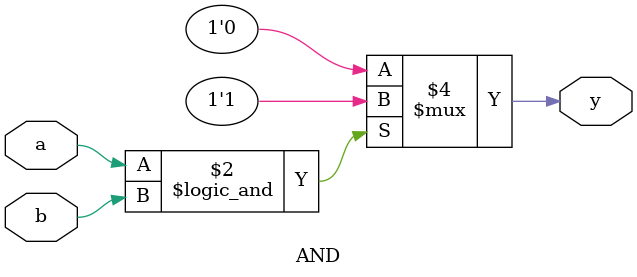
<source format=v>
module AND ( a, b, y );
input a, b;
output reg y;

always@(*)

if ( a && b )
	y = 1;
else
	y = 0;

endmodule

</source>
